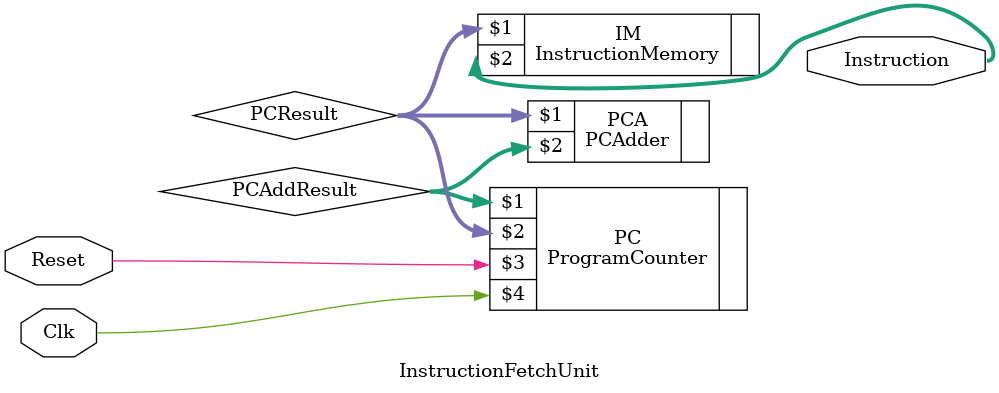
<source format=v>
`timescale 1ns / 1ps


module InstructionFetchUnit(Instruction, Reset, Clk);
    input Clk, Reset;
    output [31:0] Instruction;
    
    wire [31:0] PCAddResult;
    wire [31:0] PCResult;
    
    ProgramCounter PC(PCAddResult, PCResult, Reset, Clk);
    InstructionMemory IM(PCResult, Instruction);
    PCAdder PCA(PCResult, PCAddResult);
    /* Please fill in the implementation here... */
endmodule


</source>
